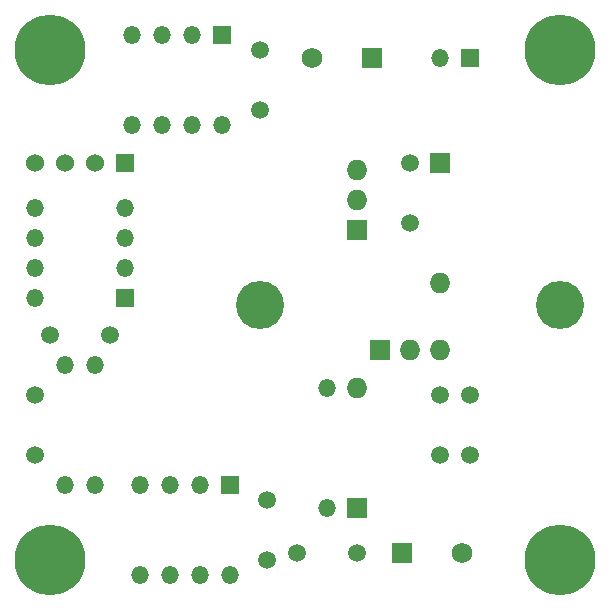
<source format=gbs>
G04 (created by PCBNEW (22-Jun-2014 BZR 4027)-stable) date Sun 25 Feb 2018 06:50:33 PM CST*
%MOIN*%
G04 Gerber Fmt 3.4, Leading zero omitted, Abs format*
%FSLAX34Y34*%
G01*
G70*
G90*
G04 APERTURE LIST*
%ADD10C,0.00590551*%
%ADD11R,0.069X0.069*%
%ADD12O,0.069X0.069*%
%ADD13O,0.059X0.059*%
%ADD14C,0.059*%
%ADD15R,0.059X0.059*%
%ADD16C,0.16*%
%ADD17C,0.069*%
%ADD18C,0.23622*%
%ADD19R,0.06X0.06*%
%ADD20C,0.06*%
G04 APERTURE END LIST*
G54D10*
G54D11*
X59500Y-55750D03*
G54D12*
X59500Y-54750D03*
X59500Y-53750D03*
G54D11*
X60250Y-59750D03*
G54D12*
X61250Y-59750D03*
X62250Y-59750D03*
G54D13*
X50750Y-60250D03*
X50750Y-64250D03*
X49750Y-64250D03*
X49750Y-60250D03*
G54D14*
X56500Y-66750D03*
X56500Y-64750D03*
X56250Y-51750D03*
X56250Y-49750D03*
X51250Y-59250D03*
X49250Y-59250D03*
G54D15*
X55250Y-64250D03*
G54D13*
X54250Y-64250D03*
X53250Y-64250D03*
X52250Y-64250D03*
X52250Y-67250D03*
X53250Y-67250D03*
X55250Y-67250D03*
X54250Y-67250D03*
G54D15*
X51750Y-58000D03*
G54D13*
X51750Y-57000D03*
X51750Y-56000D03*
X51750Y-55000D03*
X48750Y-55000D03*
X48750Y-56000D03*
X48750Y-58000D03*
X48750Y-57000D03*
G54D15*
X55000Y-49250D03*
G54D13*
X54000Y-49250D03*
X53000Y-49250D03*
X52000Y-49250D03*
X52000Y-52250D03*
X53000Y-52250D03*
X55000Y-52250D03*
X54000Y-52250D03*
G54D16*
X66250Y-58250D03*
X56250Y-58250D03*
G54D11*
X61000Y-66500D03*
G54D17*
X63000Y-66500D03*
G54D11*
X60000Y-50000D03*
G54D17*
X58000Y-50000D03*
G54D18*
X49250Y-49750D03*
X49250Y-66750D03*
X66250Y-49750D03*
X66250Y-66750D03*
G54D14*
X63250Y-61250D03*
X63250Y-63250D03*
X62250Y-61250D03*
X62250Y-63250D03*
G54D13*
X58500Y-65000D03*
X58500Y-61000D03*
G54D15*
X63250Y-50000D03*
G54D13*
X62250Y-50000D03*
G54D14*
X59500Y-66500D03*
X57500Y-66500D03*
X61250Y-53500D03*
X61250Y-55500D03*
X48750Y-63250D03*
X48750Y-61250D03*
G54D19*
X51750Y-53500D03*
G54D20*
X50750Y-53500D03*
X49750Y-53500D03*
X48750Y-53500D03*
G54D11*
X59500Y-65000D03*
G54D12*
X59500Y-61000D03*
G54D11*
X62250Y-53500D03*
G54D12*
X62250Y-57500D03*
M02*

</source>
